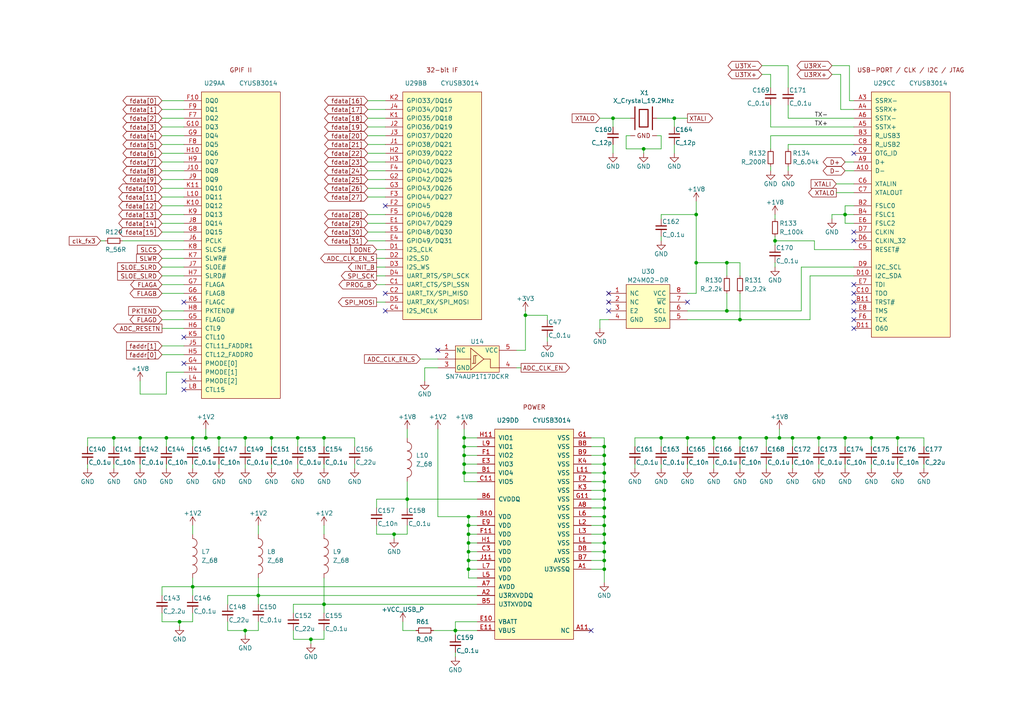
<source format=kicad_sch>
(kicad_sch (version 20250114) (generator "eeschema") (generator_version "9.0")
  (paper "A4")
  (title_block (rev "v2") (comment 1 "Copyright Dejan Priversek 2017"))
  (junction (at 214.63 127))
  (junction (at 201.93 76.2))
  (junction (at 71.12 127))
  (junction (at 134.62 132.08))
  (junction (at 135.89 157.48))
  (junction (at 175.26 147.32))
  (junction (at 59.69 127))
  (junction (at 48.26 127))
  (junction (at 210.82 90.17))
  (junction (at 93.98 127))
  (junction (at 63.5 127))
  (junction (at 210.82 76.2))
  (junction (at 175.26 144.78))
  (junction (at 135.89 160.02))
  (junction (at 118.11 144.78))
  (junction (at 229.87 127))
  (junction (at 177.8 34.29))
  (junction (at 175.26 157.48))
  (junction (at 175.26 137.16))
  (junction (at 86.36 127))
  (junction (at 135.89 149.86))
  (junction (at 186.69 43.18))
  (junction (at 90.17 185.42))
  (junction (at 55.88 127))
  (junction (at 199.39 127))
  (junction (at 175.26 162.56))
  (junction (at 175.26 129.54))
  (junction (at 175.26 152.4))
  (junction (at 71.12 182.88))
  (junction (at 132.08 182.88))
  (junction (at 214.63 92.71))
  (junction (at 78.74 127))
  (junction (at 237.49 127))
  (junction (at 222.25 127))
  (junction (at 191.77 127))
  (junction (at 135.89 162.56))
  (junction (at 195.58 34.29))
  (junction (at 134.62 127))
  (junction (at 175.26 149.86))
  (junction (at 207.01 127))
  (junction (at 245.11 62.23))
  (junction (at 40.64 127))
  (junction (at 175.26 134.62))
  (junction (at 114.3 154.94))
  (junction (at 152.4 91.44))
  (junction (at 135.89 154.94))
  (junction (at 260.35 127))
  (junction (at 134.62 129.54))
  (junction (at 175.26 165.1))
  (junction (at 175.26 132.08))
  (junction (at 224.79 69.85))
  (junction (at 93.98 175.26))
  (junction (at 52.07 180.34))
  (junction (at 74.93 172.72))
  (junction (at 245.11 127))
  (junction (at 55.88 170.18))
  (junction (at 135.89 152.4))
  (junction (at 226.06 127))
  (junction (at 175.26 142.24))
  (junction (at 252.73 127))
  (junction (at 135.89 165.1))
  (junction (at 175.26 154.94))
  (junction (at 33.02 127))
  (junction (at 134.62 137.16))
  (junction (at 175.26 160.02))
  (junction (at 175.26 139.7))
  (junction (at 134.62 134.62))
  (junction (at 201.93 62.23))
  (no_connect (at 247.65 90.17))
  (no_connect (at 176.53 87.63))
  (no_connect (at 176.53 90.17))
  (no_connect (at 247.65 87.63))
  (no_connect (at 127 101.6))
  (no_connect (at 247.65 95.25))
  (no_connect (at 176.53 85.09))
  (no_connect (at 111.76 85.09))
  (no_connect (at 53.34 105.41))
  (no_connect (at 53.34 110.49))
  (no_connect (at 247.65 69.85))
  (no_connect (at 199.39 87.63))
  (no_connect (at 53.34 87.63))
  (no_connect (at 247.65 67.31))
  (no_connect (at 247.65 82.55))
  (no_connect (at 171.45 182.88))
  (no_connect (at 247.65 85.09))
  (no_connect (at 111.76 59.69))
  (no_connect (at 53.34 113.03))
  (no_connect (at 247.65 44.45))
  (no_connect (at 247.65 92.71))
  (no_connect (at 53.34 97.79))
  (no_connect (at 111.76 90.17))
  (wire (pts (xy 214.63 135.89) (xy 214.63 134.62)))
  (wire (pts (xy 118.11 139.7) (xy 118.11 144.78)))
  (wire (pts (xy 46.99 95.25) (xy 53.34 95.25)))
  (wire (pts (xy 247.65 59.69) (xy 245.11 59.69)))
  (wire (pts (xy 46.99 170.18) (xy 46.99 172.72)))
  (wire (pts (xy 135.89 157.48) (xy 138.43 157.48)))
  (wire (pts (xy 171.45 152.4) (xy 175.26 152.4)))
  (wire (pts (xy 46.99 82.55) (xy 53.34 82.55)))
  (wire (pts (xy 158.75 97.79) (xy 158.75 99.06)))
  (wire (pts (xy 93.98 175.26) (xy 93.98 177.8)))
  (wire (pts (xy 78.74 127) (xy 86.36 127)))
  (wire (pts (xy 199.39 127) (xy 207.01 127)))
  (wire (pts (xy 85.09 175.26) (xy 93.98 175.26)))
  (wire (pts (xy 63.5 135.89) (xy 63.5 134.62)))
  (wire (pts (xy 55.88 127) (xy 59.69 127)))
  (wire (pts (xy 195.58 44.45) (xy 195.58 41.91)))
  (wire (pts (xy 171.45 134.62) (xy 175.26 134.62)))
  (wire (pts (xy 228.6 34.29) (xy 228.6 30.48)))
  (wire (pts (xy 252.73 135.89) (xy 252.73 134.62)))
  (wire (pts (xy 132.08 180.34) (xy 132.08 182.88)))
  (wire (pts (xy 228.6 19.05) (xy 220.98 19.05)))
  (wire (pts (xy 151.13 106.68) (xy 149.86 106.68)))
  (wire (pts (xy 223.52 39.37) (xy 247.65 39.37)))
  (wire (pts (xy 63.5 129.54) (xy 63.5 127)))
  (wire (pts (xy 135.89 149.86) (xy 135.89 152.4)))
  (wire (pts (xy 66.04 172.72) (xy 74.93 172.72)))
  (wire (pts (xy 214.63 92.71) (xy 234.95 92.71)))
  (wire (pts (xy 134.62 132.08) (xy 138.43 132.08)))
  (wire (pts (xy 46.99 49.53) (xy 53.34 49.53)))
  (wire (pts (xy 228.6 48.26) (xy 228.6 49.53)))
  (wire (pts (xy 106.68 46.99) (xy 111.76 46.99)))
  (wire (pts (xy 55.88 170.18) (xy 138.43 170.18)))
  (wire (pts (xy 59.69 127) (xy 63.5 127)))
  (wire (pts (xy 127 149.86) (xy 135.89 149.86)))
  (wire (pts (xy 93.98 167.64) (xy 93.98 175.26)))
  (wire (pts (xy 226.06 127) (xy 229.87 127)))
  (wire (pts (xy 106.68 54.61) (xy 111.76 54.61)))
  (wire (pts (xy 106.68 52.07) (xy 111.76 52.07)))
  (wire (pts (xy 71.12 129.54) (xy 71.12 127)))
  (wire (pts (xy 30.48 69.85) (xy 29.21 69.85)))
  (wire (pts (xy 184.15 127) (xy 191.77 127)))
  (wire (pts (xy 171.45 165.1) (xy 175.26 165.1)))
  (wire (pts (xy 234.95 80.01) (xy 247.65 80.01)))
  (wire (pts (xy 109.22 144.78) (xy 109.22 147.32)))
  (wire (pts (xy 40.64 129.54) (xy 40.64 127)))
  (wire (pts (xy 152.4 91.44) (xy 152.4 90.17)))
  (wire (pts (xy 138.43 152.4) (xy 135.89 152.4)))
  (wire (pts (xy 106.68 29.21) (xy 111.76 29.21)))
  (wire (pts (xy 186.69 44.45) (xy 186.69 43.18)))
  (wire (pts (xy 214.63 127) (xy 214.63 129.54)))
  (wire (pts (xy 175.26 154.94) (xy 175.26 157.48)))
  (wire (pts (xy 173.99 34.29) (xy 177.8 34.29)))
  (wire (pts (xy 135.89 154.94) (xy 138.43 154.94)))
  (wire (pts (xy 135.89 149.86) (xy 138.43 149.86)))
  (wire (pts (xy 106.68 67.31) (xy 111.76 67.31)))
  (wire (pts (xy 93.98 175.26) (xy 138.43 175.26)))
  (wire (pts (xy 48.26 135.89) (xy 48.26 134.62)))
  (wire (pts (xy 134.62 137.16) (xy 134.62 139.7)))
  (wire (pts (xy 85.09 175.26) (xy 85.09 177.8)))
  (wire (pts (xy 135.89 162.56) (xy 138.43 162.56)))
  (wire (pts (xy 93.98 127) (xy 102.87 127)))
  (wire (pts (xy 46.99 34.29) (xy 53.34 34.29)))
  (wire (pts (xy 175.26 144.78) (xy 175.26 147.32)))
  (wire (pts (xy 201.93 76.2) (xy 210.82 76.2)))
  (wire (pts (xy 132.08 189.23) (xy 132.08 190.5)))
  (wire (pts (xy 175.26 134.62) (xy 175.26 137.16)))
  (wire (pts (xy 55.88 135.89) (xy 55.88 134.62)))
  (wire (pts (xy 93.98 127) (xy 93.98 129.54)))
  (wire (pts (xy 177.8 44.45) (xy 177.8 41.91)))
  (wire (pts (xy 134.62 139.7) (xy 138.43 139.7)))
  (wire (pts (xy 152.4 101.6) (xy 152.4 91.44)))
  (wire (pts (xy 135.89 154.94) (xy 135.89 157.48)))
  (wire (pts (xy 190.5 34.29) (xy 195.58 34.29)))
  (wire (pts (xy 116.84 180.34) (xy 116.84 182.88)))
  (wire (pts (xy 191.77 135.89) (xy 191.77 134.62)))
  (wire (pts (xy 135.89 165.1) (xy 135.89 167.64)))
  (wire (pts (xy 46.99 85.09) (xy 53.34 85.09)))
  (wire (pts (xy 245.11 62.23) (xy 245.11 64.77)))
  (wire (pts (xy 106.68 31.75) (xy 111.76 31.75)))
  (wire (pts (xy 78.74 135.89) (xy 78.74 134.62)))
  (wire (pts (xy 106.68 39.37) (xy 111.76 39.37)))
  (wire (pts (xy 74.93 182.88) (xy 74.93 180.34)))
  (wire (pts (xy 182.88 39.37) (xy 181.61 39.37)))
  (wire (pts (xy 48.26 129.54) (xy 48.26 127)))
  (wire (pts (xy 184.15 129.54) (xy 184.15 127)))
  (wire (pts (xy 214.63 92.71) (xy 214.63 85.09)))
  (wire (pts (xy 171.45 144.78) (xy 175.26 144.78)))
  (wire (pts (xy 222.25 127) (xy 222.25 129.54)))
  (wire (pts (xy 55.88 180.34) (xy 55.88 177.8)))
  (wire (pts (xy 63.5 127) (xy 71.12 127)))
  (wire (pts (xy 175.26 129.54) (xy 171.45 129.54)))
  (wire (pts (xy 177.8 34.29) (xy 182.88 34.29)))
  (wire (pts (xy 118.11 144.78) (xy 118.11 147.32)))
  (wire (pts (xy 109.22 82.55) (xy 111.76 82.55)))
  (wire (pts (xy 134.62 124.46) (xy 134.62 127)))
  (wire (pts (xy 199.39 92.71) (xy 214.63 92.71)))
  (wire (pts (xy 232.41 90.17) (xy 232.41 77.47)))
  (wire (pts (xy 171.45 157.48) (xy 175.26 157.48)))
  (wire (pts (xy 85.09 182.88) (xy 85.09 185.42)))
  (wire (pts (xy 135.89 157.48) (xy 135.89 160.02)))
  (wire (pts (xy 93.98 135.89) (xy 93.98 134.62)))
  (wire (pts (xy 134.62 129.54) (xy 134.62 132.08)))
  (wire (pts (xy 52.07 180.34) (xy 52.07 181.61)))
  (wire (pts (xy 191.77 129.54) (xy 191.77 127)))
  (wire (pts (xy 114.3 154.94) (xy 118.11 154.94)))
  (wire (pts (xy 71.12 182.88) (xy 74.93 182.88)))
  (wire (pts (xy 138.43 129.54) (xy 134.62 129.54)))
  (wire (pts (xy 135.89 152.4) (xy 135.89 154.94)))
  (wire (pts (xy 171.45 149.86) (xy 175.26 149.86)))
  (wire (pts (xy 224.79 76.2) (xy 224.79 77.47)))
  (wire (pts (xy 127 149.86) (xy 127 124.46)))
  (wire (pts (xy 245.11 64.77) (xy 247.65 64.77)))
  (wire (pts (xy 86.36 129.54) (xy 86.36 127)))
  (wire (pts (xy 210.82 90.17) (xy 232.41 90.17)))
  (wire (pts (xy 46.99 39.37) (xy 53.34 39.37)))
  (wire (pts (xy 173.99 92.71) (xy 176.53 92.71)))
  (wire (pts (xy 177.8 34.29) (xy 177.8 36.83)))
  (wire (pts (xy 171.45 162.56) (xy 175.26 162.56)))
  (wire (pts (xy 175.26 142.24) (xy 175.26 144.78)))
  (wire (pts (xy 46.99 59.69) (xy 53.34 59.69)))
  (wire (pts (xy 109.22 72.39) (xy 111.76 72.39)))
  (wire (pts (xy 40.64 127) (xy 48.26 127)))
  (wire (pts (xy 191.77 62.23) (xy 201.93 62.23)))
  (wire (pts (xy 247.65 36.83) (xy 223.52 36.83)))
  (wire (pts (xy 175.26 147.32) (xy 175.26 149.86)))
  (wire (pts (xy 48.26 114.3) (xy 48.26 107.95)))
  (wire (pts (xy 55.88 170.18) (xy 55.88 172.72)))
  (wire (pts (xy 135.89 162.56) (xy 135.89 165.1)))
  (wire (pts (xy 224.79 68.58) (xy 224.79 69.85)))
  (wire (pts (xy 25.4 127) (xy 33.02 127)))
  (wire (pts (xy 171.45 160.02) (xy 175.26 160.02)))
  (wire (pts (xy 121.92 104.14) (xy 127 104.14)))
  (wire (pts (xy 199.39 90.17) (xy 210.82 90.17)))
  (wire (pts (xy 33.02 135.89) (xy 33.02 134.62)))
  (wire (pts (xy 229.87 127) (xy 237.49 127)))
  (wire (pts (xy 106.68 36.83) (xy 111.76 36.83)))
  (wire (pts (xy 78.74 129.54) (xy 78.74 127)))
  (wire (pts (xy 138.43 160.02) (xy 135.89 160.02)))
  (wire (pts (xy 245.11 127) (xy 252.73 127)))
  (wire (pts (xy 236.22 72.39) (xy 247.65 72.39)))
  (wire (pts (xy 171.45 154.94) (xy 175.26 154.94)))
  (wire (pts (xy 201.93 58.42) (xy 201.93 62.23)))
  (wire (pts (xy 237.49 135.89) (xy 237.49 134.62)))
  (wire (pts (xy 106.68 44.45) (xy 111.76 44.45)))
  (wire (pts (xy 175.26 152.4) (xy 175.26 154.94)))
  (wire (pts (xy 106.68 64.77) (xy 111.76 64.77)))
  (wire (pts (xy 46.99 52.07) (xy 53.34 52.07)))
  (wire (pts (xy 118.11 154.94) (xy 118.11 152.4)))
  (wire (pts (xy 223.52 21.59) (xy 220.98 21.59)))
  (wire (pts (xy 46.99 36.83) (xy 53.34 36.83)))
  (wire (pts (xy 245.11 135.89) (xy 245.11 134.62)))
  (wire (pts (xy 175.26 127) (xy 171.45 127)))
  (wire (pts (xy 46.99 46.99) (xy 53.34 46.99)))
  (wire (pts (xy 125.73 182.88) (xy 132.08 182.88)))
  (wire (pts (xy 55.88 167.64) (xy 55.88 170.18)))
  (wire (pts (xy 46.99 64.77) (xy 53.34 64.77)))
  (wire (pts (xy 191.77 68.58) (xy 191.77 69.85)))
  (wire (pts (xy 90.17 185.42) (xy 90.17 186.69)))
  (wire (pts (xy 40.64 110.49) (xy 40.64 114.3)))
  (wire (pts (xy 173.99 92.71) (xy 173.99 95.25)))
  (wire (pts (xy 175.26 127) (xy 175.26 129.54)))
  (wire (pts (xy 138.43 127) (xy 134.62 127)))
  (wire (pts (xy 175.26 139.7) (xy 175.26 142.24)))
  (wire (pts (xy 46.99 67.31) (xy 53.34 67.31)))
  (wire (pts (xy 109.22 80.01) (xy 111.76 80.01)))
  (wire (pts (xy 86.36 135.89) (xy 86.36 134.62)))
  (wire (pts (xy 228.6 41.91) (xy 247.65 41.91)))
  (wire (pts (xy 134.62 132.08) (xy 134.62 134.62)))
  (wire (pts (xy 132.08 182.88) (xy 138.43 182.88)))
  (wire (pts (xy 245.11 127) (xy 245.11 129.54)))
  (wire (pts (xy 48.26 107.95) (xy 53.34 107.95)))
  (wire (pts (xy 66.04 172.72) (xy 66.04 175.26)))
  (wire (pts (xy 55.88 129.54) (xy 55.88 127)))
  (wire (pts (xy 134.62 134.62) (xy 134.62 137.16)))
  (wire (pts (xy 175.26 157.48) (xy 175.26 160.02)))
  (wire (pts (xy 46.99 77.47) (xy 53.34 77.47)))
  (wire (pts (xy 201.93 85.09) (xy 199.39 85.09)))
  (wire (pts (xy 260.35 135.89) (xy 260.35 134.62)))
  (wire (pts (xy 247.65 34.29) (xy 228.6 34.29)))
  (wire (pts (xy 138.43 134.62) (xy 134.62 134.62)))
  (wire (pts (xy 267.97 135.89) (xy 267.97 134.62)))
  (wire (pts (xy 232.41 77.47) (xy 247.65 77.47)))
  (wire (pts (xy 46.99 29.21) (xy 53.34 29.21)))
  (wire (pts (xy 223.52 36.83) (xy 223.52 30.48)))
  (wire (pts (xy 252.73 127) (xy 260.35 127)))
  (wire (pts (xy 171.45 139.7) (xy 175.26 139.7)))
  (wire (pts (xy 210.82 90.17) (xy 210.82 85.09)))
  (wire (pts (xy 46.99 74.93) (xy 53.34 74.93)))
  (wire (pts (xy 195.58 34.29) (xy 195.58 36.83)))
  (wire (pts (xy 109.22 152.4) (xy 109.22 154.94)))
  (wire (pts (xy 46.99 100.33) (xy 53.34 100.33)))
  (wire (pts (xy 46.99 62.23) (xy 53.34 62.23)))
  (wire (pts (xy 106.68 49.53) (xy 111.76 49.53)))
  (wire (pts (xy 74.93 172.72) (xy 138.43 172.72)))
  (wire (pts (xy 48.26 127) (xy 55.88 127)))
  (wire (pts (xy 132.08 182.88) (xy 132.08 184.15)))
  (wire (pts (xy 267.97 127) (xy 267.97 129.54)))
  (wire (pts (xy 71.12 135.89) (xy 71.12 134.62)))
  (wire (pts (xy 55.88 152.4) (xy 55.88 154.94)))
  (wire (pts (xy 102.87 135.89) (xy 102.87 134.62)))
  (wire (pts (xy 224.79 69.85) (xy 236.22 69.85)))
  (wire (pts (xy 229.87 135.89) (xy 229.87 134.62)))
  (wire (pts (xy 109.22 77.47) (xy 111.76 77.47)))
  (wire (pts (xy 222.25 135.89) (xy 222.25 134.62)))
  (wire (pts (xy 46.99 102.87) (xy 53.34 102.87)))
  (wire (pts (xy 245.11 49.53) (xy 247.65 49.53)))
  (wire (pts (xy 245.11 46.99) (xy 247.65 46.99)))
  (wire (pts (xy 46.99 41.91) (xy 53.34 41.91)))
  (wire (pts (xy 245.11 62.23) (xy 247.65 62.23)))
  (wire (pts (xy 118.11 144.78) (xy 138.43 144.78)))
  (wire (pts (xy 171.45 132.08) (xy 175.26 132.08)))
  (wire (pts (xy 224.79 69.85) (xy 224.79 71.12)))
  (wire (pts (xy 207.01 135.89) (xy 207.01 134.62)))
  (wire (pts (xy 195.58 34.29) (xy 199.39 34.29)))
  (wire (pts (xy 46.99 177.8) (xy 46.99 180.34)))
  (wire (pts (xy 201.93 62.23) (xy 201.93 76.2)))
  (wire (pts (xy 135.89 167.64) (xy 138.43 167.64)))
  (wire (pts (xy 40.64 135.89) (xy 40.64 134.62)))
  (wire (pts (xy 181.61 43.18) (xy 186.69 43.18)))
  (wire (pts (xy 74.93 172.72) (xy 74.93 175.26)))
  (wire (pts (xy 123.19 106.68) (xy 123.19 110.49)))
  (wire (pts (xy 252.73 127) (xy 252.73 129.54)))
  (wire (pts (xy 46.99 31.75) (xy 53.34 31.75)))
  (wire (pts (xy 74.93 152.4) (xy 74.93 154.94)))
  (wire (pts (xy 191.77 63.5) (xy 191.77 62.23)))
  (wire (pts (xy 260.35 127) (xy 267.97 127)))
  (wire (pts (xy 71.12 182.88) (xy 71.12 184.15)))
  (wire (pts (xy 66.04 180.34) (xy 66.04 182.88)))
  (wire (pts (xy 246.38 29.21) (xy 246.38 19.05)))
  (wire (pts (xy 175.26 160.02) (xy 175.26 162.56)))
  (wire (pts (xy 138.43 137.16) (xy 134.62 137.16)))
  (wire (pts (xy 109.22 87.63) (xy 111.76 87.63)))
  (wire (pts (xy 191.77 127) (xy 199.39 127)))
  (wire (pts (xy 214.63 127) (xy 222.25 127)))
  (wire (pts (xy 33.02 127) (xy 40.64 127)))
  (wire (pts (xy 46.99 72.39) (xy 53.34 72.39)))
  (wire (pts (xy 247.65 29.21) (xy 246.38 29.21)))
  (wire (pts (xy 158.75 92.71) (xy 158.75 91.44)))
  (wire (pts (xy 199.39 135.89) (xy 199.39 134.62)))
  (wire (pts (xy 158.75 91.44) (xy 152.4 91.44)))
  (wire (pts (xy 52.07 180.34) (xy 55.88 180.34)))
  (wire (pts (xy 106.68 62.23) (xy 111.76 62.23)))
  (wire (pts (xy 116.84 182.88) (xy 120.65 182.88)))
  (wire (pts (xy 134.62 127) (xy 134.62 129.54)))
  (wire (pts (xy 260.35 127) (xy 260.35 129.54)))
  (wire (pts (xy 199.39 127) (xy 199.39 129.54)))
  (wire (pts (xy 86.36 127) (xy 93.98 127)))
  (wire (pts (xy 106.68 69.85) (xy 111.76 69.85)))
  (wire (pts (xy 106.68 34.29) (xy 111.76 34.29)))
  (wire (pts (xy 228.6 43.18) (xy 228.6 41.91)))
  (wire (pts (xy 93.98 185.42) (xy 93.98 182.88)))
  (wire (pts (xy 241.3 21.59) (xy 243.84 21.59)))
  (wire (pts (xy 223.52 48.26) (xy 223.52 49.53)))
  (wire (pts (xy 242.57 53.34) (xy 247.65 53.34)))
  (wire (pts (xy 25.4 135.89) (xy 25.4 134.62)))
  (wire (pts (xy 135.89 160.02) (xy 135.89 162.56)))
  (wire (pts (xy 246.38 19.05) (xy 241.3 19.05)))
  (wire (pts (xy 85.09 185.42) (xy 90.17 185.42)))
  (wire (pts (xy 175.26 165.1) (xy 175.26 168.91)))
  (wire (pts (xy 33.02 129.54) (xy 33.02 127)))
  (wire (pts (xy 175.26 132.08) (xy 175.26 134.62)))
  (wire (pts (xy 223.52 25.4) (xy 223.52 21.59)))
  (wire (pts (xy 46.99 180.34) (xy 52.07 180.34)))
  (wire (pts (xy 46.99 90.17) (xy 53.34 90.17)))
  (wire (pts (xy 245.11 59.69) (xy 245.11 62.23)))
  (wire (pts (xy 186.69 43.18) (xy 191.77 43.18)))
  (wire (pts (xy 214.63 76.2) (xy 214.63 80.01)))
  (wire (pts (xy 224.79 62.23) (xy 224.79 63.5)))
  (wire (pts (xy 201.93 76.2) (xy 201.93 85.09)))
  (wire (pts (xy 242.57 55.88) (xy 247.65 55.88)))
  (wire (pts (xy 149.86 101.6) (xy 152.4 101.6)))
  (wire (pts (xy 234.95 92.71) (xy 234.95 80.01)))
  (wire (pts (xy 109.22 154.94) (xy 114.3 154.94)))
  (wire (pts (xy 237.49 127) (xy 237.49 129.54)))
  (wire (pts (xy 90.17 185.42) (xy 93.98 185.42)))
  (wire (pts (xy 229.87 127) (xy 229.87 129.54)))
  (wire (pts (xy 25.4 129.54) (xy 25.4 127)))
  (wire (pts (xy 226.06 127) (xy 226.06 124.46)))
  (wire (pts (xy 171.45 142.24) (xy 175.26 142.24)))
  (wire (pts (xy 243.84 21.59) (xy 243.84 31.75)))
  (wire (pts (xy 171.45 147.32) (xy 175.26 147.32)))
  (wire (pts (xy 223.52 43.18) (xy 223.52 39.37)))
  (wire (pts (xy 171.45 137.16) (xy 175.26 137.16)))
  (wire (pts (xy 210.82 76.2) (xy 210.82 80.01)))
  (wire (pts (xy 93.98 152.4) (xy 93.98 154.94)))
  (wire (pts (xy 123.19 106.68) (xy 127 106.68)))
  (wire (pts (xy 109.22 144.78) (xy 118.11 144.78)))
  (wire (pts (xy 46.99 80.01) (xy 53.34 80.01)))
  (wire (pts (xy 184.15 135.89) (xy 184.15 134.62)))
  (wire (pts (xy 114.3 154.94) (xy 114.3 156.21)))
  (wire (pts (xy 106.68 57.15) (xy 111.76 57.15)))
  (wire (pts (xy 66.04 182.88) (xy 71.12 182.88)))
  (wire (pts (xy 111.76 74.93) (xy 109.22 74.93)))
  (wire (pts (xy 222.25 127) (xy 226.06 127)))
  (wire (pts (xy 175.26 137.16) (xy 175.26 139.7)))
  (wire (pts (xy 132.08 180.34) (xy 138.43 180.34)))
  (wire (pts (xy 135.89 165.1) (xy 138.43 165.1)))
  (wire (pts (xy 46.99 54.61) (xy 53.34 54.61)))
  (wire (pts (xy 237.49 127) (xy 245.11 127)))
  (wire (pts (xy 241.3 62.23) (xy 241.3 63.5)))
  (wire (pts (xy 207.01 127) (xy 207.01 129.54)))
  (wire (pts (xy 228.6 25.4) (xy 228.6 19.05)))
  (wire (pts (xy 46.99 92.71) (xy 53.34 92.71)))
  (wire (pts (xy 46.99 57.15) (xy 53.34 57.15)))
  (wire (pts (xy 175.26 149.86) (xy 175.26 152.4)))
  (wire (pts (xy 181.61 39.37) (xy 181.61 43.18)))
  (wire (pts (xy 118.11 124.46) (xy 118.11 127)))
  (wire (pts (xy 243.84 31.75) (xy 247.65 31.75)))
  (wire (pts (xy 71.12 127) (xy 78.74 127)))
  (wire (pts (xy 236.22 69.85) (xy 236.22 72.39)))
  (wire (pts (xy 191.77 43.18) (xy 191.77 39.37)))
  (wire (pts (xy 175.26 129.54) (xy 175.26 132.08)))
  (wire (pts (xy 102.87 127) (xy 102.87 129.54)))
  (wire (pts (xy 175.26 162.56) (xy 175.26 165.1)))
  (wire (pts (xy 210.82 76.2) (xy 214.63 76.2)))
  (wire (pts (xy 191.77 39.37) (xy 190.5 39.37)))
  (wire (pts (xy 46.99 170.18) (xy 55.88 170.18)))
  (wire (pts (xy 35.56 69.85) (xy 53.34 69.85)))
  (wire (pts (xy 74.93 167.64) (xy 74.93 172.72)))
  (wire (pts (xy 40.64 114.3) (xy 48.26 114.3)))
  (wire (pts (xy 106.68 41.91) (xy 111.76 41.91)))
  (wire (pts (xy 207.01 127) (xy 214.63 127)))
  (wire (pts (xy 241.3 62.23) (xy 245.11 62.23)))
  (wire (pts (xy 59.69 124.46) (xy 59.69 127)))
  (wire (pts (xy 46.99 44.45) (xy 53.34 44.45)))
  (label "TX+" (at 236.22 36.83 0))
  (label "TX-" (at 236.22 34.29 0))
  (global_label "U3RX+" (shape bidirectional) (at 241.3 21.59 180) (property "Intersheetrefs" "${INTERSHEET_REFS}" (effects (hide yes))))
  (global_label "D+" (shape bidirectional) (at 245.11 46.99 180) (property "Intersheetrefs" "${INTERSHEET_REFS}" (effects (hide yes))))
  (global_label "ADC_RESETN" (shape output) (at 46.99 95.25 180) (property "Intersheetrefs" "${INTERSHEET_REFS}" (effects (hide yes))))
  (global_label "fdata[16]" (shape bidirectional) (at 106.68 29.21 180) (property "Intersheetrefs" "${INTERSHEET_REFS}" (effects (hide yes))))
  (global_label "U3RX-" (shape bidirectional) (at 241.3 19.05 180) (property "Intersheetrefs" "${INTERSHEET_REFS}" (effects (hide yes))))
  (global_label "fdata[0]" (shape bidirectional) (at 46.99 29.21 180) (property "Intersheetrefs" "${INTERSHEET_REFS}" (effects (hide yes))))
  (global_label "fdata[3]" (shape bidirectional) (at 46.99 36.83 180) (property "Intersheetrefs" "${INTERSHEET_REFS}" (effects (hide yes))))
  (global_label "faddr[1]" (shape input) (at 46.99 100.33 180) (property "Intersheetrefs" "${INTERSHEET_REFS}" (effects (hide yes))))
  (global_label "ADC_CLK_EN" (shape output) (at 151.13 106.68 0) (property "Intersheetrefs" "${INTERSHEET_REFS}" (effects (hide yes))))
  (global_label "XTALI" (shape output) (at 199.39 34.29 0) (property "Intersheetrefs" "${INTERSHEET_REFS}" (effects (hide yes))))
  (global_label "fdata[28]" (shape bidirectional) (at 106.68 62.23 180) (property "Intersheetrefs" "${INTERSHEET_REFS}" (effects (hide yes))))
  (global_label "U3TX+" (shape bidirectional) (at 220.98 21.59 180) (property "Intersheetrefs" "${INTERSHEET_REFS}" (effects (hide yes))))
  (global_label "XTALO" (shape input) (at 173.99 34.29 180) (property "Intersheetrefs" "${INTERSHEET_REFS}" (effects (hide yes))))
  (global_label "XTALO" (shape output) (at 242.57 55.88 180) (property "Intersheetrefs" "${INTERSHEET_REFS}" (effects (hide yes))))
  (global_label "clk_fx3" (shape input) (at 29.21 69.85 180) (property "Intersheetrefs" "${INTERSHEET_REFS}" (effects (hide yes))))
  (global_label "XTALI" (shape input) (at 242.57 53.34 180) (property "Intersheetrefs" "${INTERSHEET_REFS}" (effects (hide yes))))
  (global_label "SLCS" (shape input) (at 46.99 72.39 180) (property "Intersheetrefs" "${INTERSHEET_REFS}" (effects (hide yes))))
  (global_label "fdata[19]" (shape bidirectional) (at 106.68 36.83 180) (property "Intersheetrefs" "${INTERSHEET_REFS}" (effects (hide yes))))
  (global_label "fdata[2]" (shape bidirectional) (at 46.99 34.29 180) (property "Intersheetrefs" "${INTERSHEET_REFS}" (effects (hide yes))))
  (global_label "fdata[27]" (shape bidirectional) (at 106.68 57.15 180) (property "Intersheetrefs" "${INTERSHEET_REFS}" (effects (hide yes))))
  (global_label "fdata[4]" (shape bidirectional) (at 46.99 39.37 180) (property "Intersheetrefs" "${INTERSHEET_REFS}" (effects (hide yes))))
  (global_label "SLOE_SLRD" (shape input) (at 46.99 80.01 180) (property "Intersheetrefs" "${INTERSHEET_REFS}" (effects (hide yes))))
  (global_label "ADC_CLK_EN_S" (shape output) (at 109.22 74.93 180) (property "Intersheetrefs" "${INTERSHEET_REFS}" (effects (hide yes))))
  (global_label "fdata[8]" (shape bidirectional) (at 46.99 49.53 180) (property "Intersheetrefs" "${INTERSHEET_REFS}" (effects (hide yes))))
  (global_label "fdata[9]" (shape bidirectional) (at 46.99 52.07 180) (property "Intersheetrefs" "${INTERSHEET_REFS}" (effects (hide yes))))
  (global_label "fdata[7]" (shape bidirectional) (at 46.99 46.99 180) (property "Intersheetrefs" "${INTERSHEET_REFS}" (effects (hide yes))))
  (global_label "faddr[0]" (shape input) (at 46.99 102.87 180) (property "Intersheetrefs" "${INTERSHEET_REFS}" (effects (hide yes))))
  (global_label "fdata[6]" (shape bidirectional) (at 46.99 44.45 180) (property "Intersheetrefs" "${INTERSHEET_REFS}" (effects (hide yes))))
  (global_label "fdata[17]" (shape bidirectional) (at 106.68 31.75 180) (property "Intersheetrefs" "${INTERSHEET_REFS}" (effects (hide yes))))
  (global_label "fdata[10]" (shape bidirectional) (at 46.99 54.61 180) (property "Intersheetrefs" "${INTERSHEET_REFS}" (effects (hide yes))))
  (global_label "fdata[21]" (shape bidirectional) (at 106.68 41.91 180) (property "Intersheetrefs" "${INTERSHEET_REFS}" (effects (hide yes))))
  (global_label "fdata[12]" (shape bidirectional) (at 46.99 59.69 180) (property "Intersheetrefs" "${INTERSHEET_REFS}" (effects (hide yes))))
  (global_label "FLAGD" (shape bidirectional) (at 46.99 92.71 180) (property "Intersheetrefs" "${INTERSHEET_REFS}" (effects (hide yes))))
  (global_label "SPI_MOSI" (shape output) (at 109.22 87.63 180) (property "Intersheetrefs" "${INTERSHEET_REFS}" (effects (hide yes))))
  (global_label "fdata[13]" (shape bidirectional) (at 46.99 62.23 180) (property "Intersheetrefs" "${INTERSHEET_REFS}" (effects (hide yes))))
  (global_label "fdata[23]" (shape bidirectional) (at 106.68 46.99 180) (property "Intersheetrefs" "${INTERSHEET_REFS}" (effects (hide yes))))
  (global_label "fdata[20]" (shape bidirectional) (at 106.68 39.37 180) (property "Intersheetrefs" "${INTERSHEET_REFS}" (effects (hide yes))))
  (global_label "DONE" (shape input) (at 109.22 72.39 180) (property "Intersheetrefs" "${INTERSHEET_REFS}" (effects (hide yes))))
  (global_label "INIT_B" (shape output) (at 109.22 77.47 180) (property "Intersheetrefs" "${INTERSHEET_REFS}" (effects (hide yes))))
  (global_label "U3TX-" (shape bidirectional) (at 220.98 19.05 180) (property "Intersheetrefs" "${INTERSHEET_REFS}" (effects (hide yes))))
  (global_label "fdata[14]" (shape bidirectional) (at 46.99 64.77 180) (property "Intersheetrefs" "${INTERSHEET_REFS}" (effects (hide yes))))
  (global_label "PKTEND" (shape input) (at 46.99 90.17 180) (property "Intersheetrefs" "${INTERSHEET_REFS}" (effects (hide yes))))
  (global_label "fdata[5]" (shape bidirectional) (at 46.99 41.91 180) (property "Intersheetrefs" "${INTERSHEET_REFS}" (effects (hide yes))))
  (global_label "fdata[26]" (shape bidirectional) (at 106.68 54.61 180) (property "Intersheetrefs" "${INTERSHEET_REFS}" (effects (hide yes))))
  (global_label "fdata[15]" (shape bidirectional) (at 46.99 67.31 180) (property "Intersheetrefs" "${INTERSHEET_REFS}" (effects (hide yes))))
  (global_label "fdata[30]" (shape bidirectional) (at 106.68 67.31 180) (property "Intersheetrefs" "${INTERSHEET_REFS}" (effects (hide yes))))
  (global_label "fdata[1]" (shape bidirectional) (at 46.99 31.75 180) (property "Intersheetrefs" "${INTERSHEET_REFS}" (effects (hide yes))))
  (global_label "ADC_CLK_EN_S" (shape input) (at 121.92 104.14 180) (property "Intersheetrefs" "${INTERSHEET_REFS}" (effects (hide yes))))
  (global_label "fdata[29]" (shape bidirectional) (at 106.68 64.77 180) (property "Intersheetrefs" "${INTERSHEET_REFS}" (effects (hide yes))))
  (global_label "SLWR" (shape input) (at 46.99 74.93 180) (property "Intersheetrefs" "${INTERSHEET_REFS}" (effects (hide yes))))
  (global_label "FLAGB" (shape bidirectional) (at 46.99 85.09 180) (property "Intersheetrefs" "${INTERSHEET_REFS}" (effects (hide yes))))
  (global_label "SPI_SCK" (shape output) (at 109.22 80.01 180) (property "Intersheetrefs" "${INTERSHEET_REFS}" (effects (hide yes))))
  (global_label "fdata[11]" (shape bidirectional) (at 46.99 57.15 180) (property "Intersheetrefs" "${INTERSHEET_REFS}" (effects (hide yes))))
  (global_label "fdata[18]" (shape bidirectional) (at 106.68 34.29 180) (property "Intersheetrefs" "${INTERSHEET_REFS}" (effects (hide yes))))
  (global_label "D-" (shape bidirectional) (at 245.11 49.53 180) (property "Intersheetrefs" "${INTERSHEET_REFS}" (effects (hide yes))))
  (global_label "SLOE_SLRD" (shape input) (at 46.99 77.47 180) (property "Intersheetrefs" "${INTERSHEET_REFS}" (effects (hide yes))))
  (global_label "PROG_B" (shape bidirectional) (at 109.22 82.55 180) (property "Intersheetrefs" "${INTERSHEET_REFS}" (effects (hide yes))))
  (global_label "fdata[24]" (shape bidirectional) (at 106.68 49.53 180) (property "Intersheetrefs" "${INTERSHEET_REFS}" (effects (hide yes))))
  (global_label "FLAGA" (shape bidirectional) (at 46.99 82.55 180) (property "Intersheetrefs" "${INTERSHEET_REFS}" (effects (hide yes))))
  (global_label "fdata[22]" (shape bidirectional) (at 106.68 44.45 180) (property "Intersheetrefs" "${INTERSHEET_REFS}" (effects (hide yes))))
  (global_label "fdata[25]" (shape bidirectional) (at 106.68 52.07 180) (property "Intersheetrefs" "${INTERSHEET_REFS}" (effects (hide yes))))
  (global_label "fdata[31]" (shape bidirectional) (at 106.68 69.85 180) (property "Intersheetrefs" "${INTERSHEET_REFS}" (effects (hide yes))))
  (symbol (lib_name "GND_54") (lib_id "Scopefun_v2-rescue:GND") (at 177.8 44.45 0) (unit 1)
    (property "Reference" "#PWR0275" (effects (hide yes)))
    (property "Value" "GND" (at 177.8 48.26 0))
  )
  (symbol (lib_name "GND_55") (lib_id "Scopefun_v2-rescue:GND") (at 195.58 44.45 0) (unit 1)
    (property "Reference" "#PWR0276" (effects (hide yes)))
    (property "Value" "GND" (at 195.58 48.26 0))
  )
  (symbol (lib_name "GND_53") (lib_id "Scopefun_v2-rescue:GND") (at 186.69 44.45 0) (unit 1)
    (property "Reference" "#PWR0277" (effects (hide yes)))
    (property "Value" "GND" (at 186.69 48.26 0))
  )
  (symbol (lib_id "ScopefunParts:X_Crystal_19.2Mhz") (at 186.69 34.29 0) (unit 1)
    (property "Reference" "X1" (at 186.944 26.924 0))
    (property "Value" "X_Crystal_19.2Mhz" (at 186.69 29.21 0))
    (property "Footprint" "ScopefunPackagesLibrary:XTAL-4" (effects (hide yes)))
    (property "Datasheet" "https://www.pericom.com/assets/Datasheets/FL1920031.pdf" (effects (hide yes)))
    (property "MFG Part#" "FL1920031" (effects (hide yes)))
    (property "Description" "Quartz crystal 19.2 Mhz 10ppm" (effects (hide yes)))
  )
  (symbol (lib_id "ScopefunParts:C_12p") (at 177.8 39.37 0) (mirror y) (unit 1)
    (property "Reference" "C160" (at 177.546 37.592 0) (effects (justify left)))
    (property "Value" "C_12p" (at 177.546 41.402 0) (effects (justify left)))
    (property "Footprint" "ScopefunPackagesLibrary:C_0603" (effects (hide yes)))
    (property "MFG Part#" "CGA3E2C0G1H120J080AA" (effects (hide yes)))
    (property "Description" "MLCC - SMD/SMT 0603 50V C0G 5%" (effects (hide yes)))
  )
  (symbol (lib_id "ScopefunParts:C_12p") (at 195.58 39.37 0) (unit 1)
    (property "Reference" "C164" (at 195.834 37.592 0) (effects (justify left)))
    (property "Value" "C_12p" (at 195.834 41.402 0) (effects (justify left)))
    (property "Footprint" "ScopefunPackagesLibrary:C_0603" (effects (hide yes)))
    (property "MFG Part#" "CGA3E2C0G1H120J080AA" (effects (hide yes)))
    (property "Description" "MLCC - SMD/SMT 0603 50V C0G 5%" (effects (hide yes)))
  )
  (symbol (lib_id "ScopefunParts:CYUSB3014") (at 69.85 67.31 0) (unit 1)
    (property "Reference" "U29A" (at 62.23 24.13 0))
    (property "Value" "CYUSB3014" (at 74.93 24.13 0))
    (property "Footprint" "ScopefunPackagesLibrary:BGA121_0.8mm" (effects (hide yes)))
    (property "Datasheet" "http://www.cypress.com/file/140296/download" (effects (hide yes)))
    (property "MFG Part#" "CYUSB3014-BZXC" (effects (hide yes)))
    (property "Description" "FX3 SuperSpeed USB controller" (effects (hide yes)))
  )
  (symbol (lib_id "ScopefunParts:CYUSB3014") (at 128.27 67.31 0) (unit 2)
    (property "Reference" "U29B" (at 120.65 24.13 0))
    (property "Value" "CYUSB3014" (at 133.35 24.13 0))
    (property "Footprint" "ScopefunPackagesLibrary:BGA121_0.8mm" (effects (hide yes)))
    (property "Datasheet" "http://www.cypress.com/file/140296/download" (effects (hide yes)))
    (property "MFG Part#" "CYUSB3014-BZXC" (effects (hide yes)))
    (property "Description" "FX3 SuperSpeed USB controller" (effects (hide yes)))
  )
  (symbol (lib_id "ScopefunParts:CYUSB3014") (at 264.16 67.31 0) (unit 3)
    (property "Reference" "U29C" (at 256.54 24.13 0))
    (property "Value" "CYUSB3014" (at 269.24 24.13 0))
    (property "Footprint" "ScopefunPackagesLibrary:BGA121_0.8mm" (effects (hide yes)))
    (property "Datasheet" "http://www.cypress.com/file/140296/download" (effects (hide yes)))
    (property "MFG Part#" "CYUSB3014-BZXC" (effects (hide yes)))
    (property "Description" "FX3 SuperSpeed USB controller" (effects (hide yes)))
  )
  (symbol (lib_id "ScopefunParts:CYUSB3014") (at 154.94 165.1 0) (unit 4)
    (property "Reference" "U29D" (at 147.32 121.92 0))
    (property "Value" "CYUSB3014" (at 160.02 121.92 0))
    (property "Footprint" "ScopefunPackagesLibrary:BGA121_0.8mm" (effects (hide yes)))
    (property "Datasheet" "http://www.cypress.com/file/140296/download" (effects (hide yes)))
    (property "MFG Part#" "CYUSB3014-BZXC" (effects (hide yes)))
    (property "Description" "FX3 SuperSpeed USB controller" (effects (hide yes)))
  )
  (symbol (lib_id "ScopefunParts:R_200R") (at 223.52 45.72 0) (mirror y) (unit 1)
    (property "Reference" "R132" (at 222.25 44.45 0) (effects (justify left)))
    (property "Value" "R_200R" (at 222.25 46.99 0) (effects (justify left)))
    (property "Footprint" "ScopefunPackagesLibrary:R_0603" (effects (hide yes)))
    (property "Datasheet" "http://industrial.panasonic.com/cdbs/www-data/pdf/AOA0000/AOA0000CE2.pdf" (effects (hide yes)))
    (property "MFG Part#" "ERJ-3EKF2000V" (effects (hide yes)))
    (property "Description" "RES SMD 1% 1/10W 0603" (effects (hide yes)))
  )
  (symbol (lib_name "GND_57") (lib_id "Scopefun_v2-rescue:GND") (at 223.52 49.53 0) (unit 1)
    (property "Reference" "#PWR0273" (effects (hide yes)))
    (property "Value" "GND" (at 223.52 53.34 0))
  )
  (symbol (lib_id "ScopefunParts:R_6.04k") (at 228.6 45.72 0) (unit 1)
    (property "Reference" "R134" (at 229.87 44.45 0) (effects (justify left)))
    (property "Value" "R_6.04k" (at 229.87 46.99 0) (effects (justify left)))
    (property "Footprint" "ScopefunPackagesLibrary:R_0603" (effects (hide yes)))
    (property "Datasheet" "http://industrial.panasonic.com/cdbs/www-data/pdf/AOA0000/AOA0000CE2.pdf" (effects (hide yes)))
    (property "MFG Part#" "ERJ-3EKF6041V" (effects (hide yes)))
    (property "Description" "RES SMD 1% 1/10W 0603" (effects (hide yes)))
  )
  (symbol (lib_name "GND_58") (lib_id "Scopefun_v2-rescue:GND") (at 228.6 49.53 0) (unit 1)
    (property "Reference" "#PWR0274" (effects (hide yes)))
    (property "Value" "GND" (at 228.6 53.34 0))
  )
  (symbol (lib_name "GND_56") (lib_id "Scopefun_v2-rescue:GND") (at 241.3 63.5 0) (unit 1)
    (property "Reference" "#PWR0278" (effects (hide yes)))
    (property "Value" "GND" (at 241.3 67.31 0))
  )
  (symbol (lib_id "ScopefunParts:C_0.1u") (at 224.79 73.66 0) (unit 1)
    (property "Reference" "C170" (at 225.044 71.882 0) (effects (justify left)))
    (property "Value" "C_0.1u" (at 225.044 75.692 0) (effects (justify left)))
    (property "Footprint" "ScopefunPackagesLibrary:C_0603" (effects (hide yes)))
    (property "MFG Part#" "C0603C104K4RACTU" (effects (hide yes)))
    (property "Description" "MLCC - SMD/SMT 0603 16V X7R 10%" (effects (hide yes)))
  )
  (symbol (lib_name "GND_59") (lib_id "Scopefun_v2-rescue:GND") (at 224.79 77.47 0) (unit 1)
    (property "Reference" "#PWR0279" (effects (hide yes)))
    (property "Value" "GND" (at 224.79 81.28 0))
  )
  (symbol (lib_id "ScopefunParts:R_100k") (at 224.79 66.04 0) (unit 1)
    (property "Reference" "R133" (at 226.06 64.77 0) (effects (justify left)))
    (property "Value" "R_100k" (at 226.06 67.31 0) (effects (justify left)))
    (property "Footprint" "ScopefunPackagesLibrary:R_0603" (effects (hide yes)))
    (property "Datasheet" "http://industrial.panasonic.com/cdbs/www-data/pdf/AOA0000/AOA0000CE2.pdf" (effects (hide yes)))
    (property "MFG Part#" "ERJ-3EKF1003V" (effects (hide yes)))
    (property "Description" "RES SMD 1% 1/10W 0603" (effects (hide yes)))
  )
  (symbol (lib_name "GND_63") (lib_id "Scopefun_v2-rescue:GND") (at 175.26 168.91 0) (unit 1)
    (property "Reference" "#PWR0280" (effects (hide yes)))
    (property "Value" "GND" (at 175.26 172.72 0))
  )
  (symbol (lib_id "ScopefunParts:M24M02-DR") (at 187.96 87.63 0) (unit 1)
    (property "Reference" "U30" (at 187.96 78.74 0))
    (property "Value" "M24M02-DR" (at 187.96 81.28 0))
    (property "Footprint" "ScopefunPackagesLibrary:SOIC8" (effects (hide yes)))
    (property "Datasheet" "http://www.st.com/content/ccc/resource/technical/document/datasheet/b7/de/9b/f6/03/28/4e/8e/CD00290537.pdf/files/CD00290537.pdf/jcr:content/translations/en.CD00290537.pdf" (effects (hide yes)))
    (property "MFG Part#" "M24M02-DRMN6TP" (effects (hide yes)))
    (property "Description" "2 MBit I2C Bus Serial EEPROM" (effects (hide yes)))
  )
  (symbol (lib_id "ScopefunParts:R_2.2k") (at 210.82 82.55 0) (mirror y) (unit 1)
    (property "Reference" "R130" (at 209.55 81.28 0) (effects (justify left)))
    (property "Value" "R_2.2k" (at 209.55 83.82 0) (effects (justify left)))
    (property "Footprint" "ScopefunPackagesLibrary:R_0603" (effects (hide yes)))
    (property "Datasheet" "http://industrial.panasonic.com/cdbs/www-data/pdf/AOA0000/AOA0000CE2.pdf" (effects (hide yes)))
    (property "MFG Part#" "ERJ-3EKF2201V" (effects (hide yes)))
    (property "Description" "RES SMD 1% 1/10W 0603" (effects (hide yes)))
  )
  (symbol (lib_id "ScopefunParts:R_2.2k") (at 214.63 82.55 0) (unit 1)
    (property "Reference" "R131" (at 215.9 81.28 0) (effects (justify left)))
    (property "Value" "R_2.2k" (at 215.9 83.82 0) (effects (justify left)))
    (property "Footprint" "ScopefunPackagesLibrary:R_0603" (effects (hide yes)))
    (property "Datasheet" "http://industrial.panasonic.com/cdbs/www-data/pdf/AOA0000/AOA0000CE2.pdf" (effects (hide yes)))
    (property "MFG Part#" "ERJ-3EKF2201V" (effects (hide yes)))
    (property "Description" "RES SMD 1% 1/10W 0603" (effects (hide yes)))
  )
  (symbol (lib_name "GND_60") (lib_id "Scopefun_v2-rescue:GND") (at 173.99 95.25 0) (unit 1)
    (property "Reference" "#PWR0281" (effects (hide yes)))
    (property "Value" "GND" (at 173.99 99.06 0))
  )
  (symbol (lib_id "ScopefunParts:C_0.1u") (at 191.77 66.04 0) (unit 1)
    (property "Reference" "C162" (at 192.024 64.262 0) (effects (justify left)))
    (property "Value" "C_0.1u" (at 192.024 68.072 0) (effects (justify left)))
    (property "Footprint" "ScopefunPackagesLibrary:C_0603" (effects (hide yes)))
    (property "MFG Part#" "C0603C104K4RACTU" (effects (hide yes)))
    (property "Description" "MLCC - SMD/SMT 0603 16V X7R 10%" (effects (hide yes)))
  )
  (symbol (lib_name "GND_62") (lib_id "Scopefun_v2-rescue:GND") (at 191.77 69.85 0) (unit 1)
    (property "Reference" "#PWR0282" (effects (hide yes)))
    (property "Value" "GND" (at 191.77 73.66 0))
  )
  (symbol (lib_id "ScopefunParts:C_0.1u") (at 132.08 186.69 0) (unit 1)
    (property "Reference" "C159" (at 132.334 184.912 0) (effects (justify left)))
    (property "Value" "C_0.1u" (at 132.334 188.722 0) (effects (justify left)))
    (property "Footprint" "ScopefunPackagesLibrary:C_0603" (effects (hide yes)))
    (property "MFG Part#" "C0603C104K4RACTU" (effects (hide yes)))
    (property "Description" "MLCC - SMD/SMT 0603 16V X7R 10%" (effects (hide yes)))
  )
  (symbol (lib_name "GND_73") (lib_id "Scopefun_v2-rescue:GND") (at 132.08 190.5 0) (unit 1)
    (property "Reference" "#PWR0310" (effects (hide yes)))
    (property "Value" "GND" (at 132.08 194.31 0))
  )
  (symbol (lib_id "ScopefunParts:C_0.1u") (at 118.11 149.86 0) (unit 1)
    (property "Reference" "C158" (at 118.364 148.082 0) (effects (justify left)))
    (property "Value" "C_0.1u" (at 118.364 151.892 0) (effects (justify left)))
    (property "Footprint" "ScopefunPackagesLibrary:C_0603" (effects (hide yes)))
    (property "MFG Part#" "C0603C104K4RACTU" (effects (hide yes)))
    (property "Description" "MLCC - SMD/SMT 0603 16V X7R 10%" (effects (hide yes)))
  )
  (symbol (lib_id "ScopefunParts:C_10n") (at 109.22 149.86 0) (unit 1)
    (property "Reference" "C157" (at 109.474 148.082 0) (effects (justify left)))
    (property "Value" "C_10n" (at 109.474 151.892 0) (effects (justify left)))
    (property "Footprint" "ScopefunPackagesLibrary:C_0603" (effects (hide yes)))
    (property "MFG Part#" "GRM1885C1H103JA01D" (effects (hide yes)))
    (property "Description" "MLCC - SMD/SMT 0603 50V C0G 5%" (effects (hide yes)))
  )
  (symbol (lib_name "GND_72") (lib_id "Scopefun_v2-rescue:GND") (at 114.3 156.21 0) (unit 1)
    (property "Reference" "#PWR0283" (effects (hide yes)))
    (property "Value" "GND" (at 114.3 160.02 0))
  )
  (symbol (lib_id "ScopefunParts:C_0.1u") (at 25.4 132.08 0) (unit 1)
    (property "Reference" "C140" (at 25.654 130.302 0) (effects (justify left)))
    (property "Value" "C_0.1u" (at 25.654 134.112 0) (effects (justify left)))
    (property "Footprint" "ScopefunPackagesLibrary:C_0603" (effects (hide yes)))
    (property "MFG Part#" "C0603C104K4RACTU" (effects (hide yes)))
    (property "Description" "MLCC - SMD/SMT 0603 16V X7R 10%" (effects (hide yes)))
  )
  (symbol (lib_id "ScopefunParts:C_10n") (at 33.02 132.08 0) (unit 1)
    (property "Reference" "C141" (at 33.274 130.302 0) (effects (justify left)))
    (property "Value" "C_10n" (at 33.274 134.112 0) (effects (justify left)))
    (property "Footprint" "ScopefunPackagesLibrary:C_0603" (effects (hide yes)))
    (property "MFG Part#" "GRM1885C1H103JA01D" (effects (hide yes)))
    (property "Description" "MLCC - SMD/SMT 0603 50V C0G 5%" (effects (hide yes)))
  )
  (symbol (lib_id "ScopefunParts:C_0.1u") (at 40.64 132.08 0) (unit 1)
    (property "Reference" "C142" (at 40.894 130.302 0) (effects (justify left)))
    (property "Value" "C_0.1u" (at 40.894 134.112 0) (effects (justify left)))
    (property "Footprint" "ScopefunPackagesLibrary:C_0603" (effects (hide yes)))
    (property "MFG Part#" "C0603C104K4RACTU" (effects (hide yes)))
    (property "Description" "MLCC - SMD/SMT 0603 16V X7R 10%" (effects (hide yes)))
  )
  (symbol (lib_id "ScopefunParts:C_10n") (at 48.26 132.08 0) (unit 1)
    (property "Reference" "C144" (at 48.514 130.302 0) (effects (justify left)))
    (property "Value" "C_10n" (at 48.514 134.112 0) (effects (justify left)))
    (property "Footprint" "ScopefunPackagesLibrary:C_0603" (effects (hide yes)))
    (property "MFG Part#" "GRM1885C1H103JA01D" (effects (hide yes)))
    (property "Description" "MLCC - SMD/SMT 0603 50V C0G 5%" (effects (hide yes)))
  )
  (symbol (lib_id "ScopefunParts:C_0.1u") (at 55.88 132.08 0) (unit 1)
    (property "Reference" "C145" (at 56.134 130.302 0) (effects (justify left)))
    (property "Value" "C_0.1u" (at 56.134 134.112 0) (effects (justify left)))
    (property "Footprint" "ScopefunPackagesLibrary:C_0603" (effects (hide yes)))
    (property "MFG Part#" "C0603C104K4RACTU" (effects (hide yes)))
    (property "Description" "MLCC - SMD/SMT 0603 16V X7R 10%" (effects (hide yes)))
  )
  (symbol (lib_id "ScopefunParts:C_10n") (at 63.5 132.08 0) (unit 1)
    (property "Reference" "C147" (at 63.754 130.302 0) (effects (justify left)))
    (property "Value" "C_10n" (at 63.754 134.112 0) (effects (justify left)))
    (property "Footprint" "ScopefunPackagesLibrary:C_0603" (effects (hide yes)))
    (property "MFG Part#" "GRM1885C1H103JA01D" (effects (hide yes)))
    (property "Description" "MLCC - SMD/SMT 0603 50V C0G 5%" (effects (hide yes)))
  )
  (symbol (lib_id "ScopefunParts:C_0.1u") (at 71.12 132.08 0) (unit 1)
    (property "Reference" "C149" (at 71.374 130.302 0) (effects (justify left)))
    (property "Value" "C_0.1u" (at 71.374 134.112 0) (effects (justify left)))
    (property "Footprint" "ScopefunPackagesLibrary:C_0603" (effects (hide yes)))
    (property "MFG Part#" "C0603C104K4RACTU" (effects (hide yes)))
    (property "Description" "MLCC - SMD/SMT 0603 16V X7R 10%" (effects (hide yes)))
  )
  (symbol (lib_id "ScopefunParts:C_10n") (at 78.74 132.08 0) (unit 1)
    (property "Reference" "C151" (at 78.994 130.302 0) (effects (justify left)))
    (property "Value" "C_10n" (at 78.994 134.112 0) (effects (justify left)))
    (property "Footprint" "ScopefunPackagesLibrary:C_0603" (effects (hide yes)))
    (property "MFG Part#" "GRM1885C1H103JA01D" (effects (hide yes)))
    (property "Description" "MLCC - SMD/SMT 0603 50V C0G 5%" (effects (hide yes)))
  )
  (symbol (lib_id "ScopefunParts:C_0.1u") (at 86.36 132.08 0) (unit 1)
    (property "Reference" "C153" (at 86.614 130.302 0) (effects (justify left)))
    (property "Value" "C_0.1u" (at 86.614 134.112 0) (effects (justify left)))
    (property "Footprint" "ScopefunPackagesLibrary:C_0603" (effects (hide yes)))
    (property "MFG Part#" "C0603C104K4RACTU" (effects (hide yes)))
    (property "Description" "MLCC - SMD/SMT 0603 16V X7R 10%" (effects (hide yes)))
  )
  (symbol (lib_name "GND_79") (lib_id "Scopefun_v2-rescue:GND") (at 25.4 135.89 0) (unit 1)
    (property "Reference" "#PWR0284" (effects (hide yes)))
    (property "Value" "GND" (at 25.4 139.7 0))
  )
  (symbol (lib_name "GND_77") (lib_id "Scopefun_v2-rescue:GND") (at 33.02 135.89 0) (unit 1)
    (property "Reference" "#PWR0285" (effects (hide yes)))
    (property "Value" "GND" (at 33.02 139.7 0))
  )
  (symbol (lib_name "GND_78") (lib_id "Scopefun_v2-rescue:GND") (at 40.64 135.89 0) (unit 1)
    (property "Reference" "#PWR0286" (effects (hide yes)))
    (property "Value" "GND" (at 40.64 139.7 0))
  )
  (symbol (lib_name "GND_67") (lib_id "Scopefun_v2-rescue:GND") (at 48.26 135.89 0) (unit 1)
    (property "Reference" "#PWR0287" (effects (hide yes)))
    (property "Value" "GND" (at 48.26 139.7 0))
  )
  (symbol (lib_name "GND_66") (lib_id "Scopefun_v2-rescue:GND") (at 55.88 135.89 0) (unit 1)
    (property "Reference" "#PWR0288" (effects (hide yes)))
    (property "Value" "GND" (at 55.88 139.7 0))
  )
  (symbol (lib_name "GND_69") (lib_id "Scopefun_v2-rescue:GND") (at 63.5 135.89 0) (unit 1)
    (property "Reference" "#PWR0289" (effects (hide yes)))
    (property "Value" "GND" (at 63.5 139.7 0))
  )
  (symbol (lib_name "GND_68") (lib_id "Scopefun_v2-rescue:GND") (at 71.12 135.89 0) (unit 1)
    (property "Reference" "#PWR0290" (effects (hide yes)))
    (property "Value" "GND" (at 71.12 139.7 0))
  )
  (symbol (lib_name "GND_64") (lib_id "Scopefun_v2-rescue:GND") (at 78.74 135.89 0) (unit 1)
    (property "Reference" "#PWR0291" (effects (hide yes)))
    (property "Value" "GND" (at 78.74 139.7 0))
  )
  (symbol (lib_name "GND_65") (lib_id "Scopefun_v2-rescue:GND") (at 86.36 135.89 0) (unit 1)
    (property "Reference" "#PWR0292" (effects (hide yes)))
    (property "Value" "GND" (at 86.36 139.7 0))
  )
  (symbol (lib_name "GND_70") (lib_id "Scopefun_v2-rescue:GND") (at 93.98 135.89 0) (unit 1)
    (property "Reference" "#PWR0293" (effects (hide yes)))
    (property "Value" "GND" (at 93.98 139.7 0))
  )
  (symbol (lib_id "ScopefunParts:C_0.1u") (at 55.88 175.26 0) (unit 1)
    (property "Reference" "C146" (at 56.134 173.482 0) (effects (justify left)))
    (property "Value" "C_0.1u" (at 56.134 177.292 0) (effects (justify left)))
    (property "Footprint" "ScopefunPackagesLibrary:C_0603" (effects (hide yes)))
    (property "MFG Part#" "C0603C104K4RACTU" (effects (hide yes)))
    (property "Description" "MLCC - SMD/SMT 0603 16V X7R 10%" (effects (hide yes)))
  )
  (symbol (lib_name "GND_74") (lib_id "Scopefun_v2-rescue:GND") (at 52.07 181.61 0) (unit 1)
    (property "Reference" "#PWR0294" (effects (hide yes)))
    (property "Value" "GND" (at 52.07 185.42 0))
  )
  (symbol (lib_id "ScopefunParts:C_0.1u") (at 74.93 177.8 0) (unit 1)
    (property "Reference" "C150" (at 75.184 176.022 0) (effects (justify left)))
    (property "Value" "C_0.1u" (at 75.184 179.832 0) (effects (justify left)))
    (property "Footprint" "ScopefunPackagesLibrary:C_0603" (effects (hide yes)))
    (property "MFG Part#" "C0603C104K4RACTU" (effects (hide yes)))
    (property "Description" "MLCC - SMD/SMT 0603 16V X7R 10%" (effects (hide yes)))
  )
  (symbol (lib_name "GND_75") (lib_id "Scopefun_v2-rescue:GND") (at 71.12 184.15 0) (unit 1)
    (property "Reference" "#PWR0295" (effects (hide yes)))
    (property "Value" "GND" (at 71.12 187.96 0))
  )
  (symbol (lib_id "ScopefunParts:C_0.1u") (at 93.98 180.34 0) (unit 1)
    (property "Reference" "C155" (at 94.234 178.562 0) (effects (justify left)))
    (property "Value" "C_0.1u" (at 94.234 182.372 0) (effects (justify left)))
    (property "Footprint" "ScopefunPackagesLibrary:C_0603" (effects (hide yes)))
    (property "MFG Part#" "C0603C104K4RACTU" (effects (hide yes)))
    (property "Description" "MLCC - SMD/SMT 0603 16V X7R 10%" (effects (hide yes)))
  )
  (symbol (lib_name "GND_76") (lib_id "Scopefun_v2-rescue:GND") (at 90.17 186.69 0) (unit 1)
    (property "Reference" "#PWR0296" (effects (hide yes)))
    (property "Value" "GND" (at 90.17 190.5 0))
  )
  (symbol (lib_id "ScopefunParts:C_22u") (at 66.04 177.8 0) (unit 1)
    (property "Reference" "C148" (at 66.294 176.022 0) (effects (justify left)))
    (property "Value" "C_22u" (at 66.294 179.832 0) (effects (justify left)))
    (property "Footprint" "ScopefunPackagesLibrary:C_0805" (effects (hide yes)))
    (property "MFG Part#" "LMK212BBJ226MG-T" (effects (hide yes)))
    (property "Description" "MLCC - SMD/SMT 0805 10V X5R 20%" (effects (hide yes)))
  )
  (symbol (lib_id "ScopefunParts:C_22u") (at 85.09 180.34 0) (unit 1)
    (property "Reference" "C152" (at 85.344 178.562 0) (effects (justify left)))
    (property "Value" "C_22u" (at 85.344 182.372 0) (effects (justify left)))
    (property "Footprint" "ScopefunPackagesLibrary:C_0805" (effects (hide yes)))
    (property "MFG Part#" "LMK212BBJ226MG-T" (effects (hide yes)))
    (property "Description" "MLCC - SMD/SMT 0805 10V X5R 20%" (effects (hide yes)))
  )
  (symbol (lib_id "ScopefunParts:C_22u") (at 102.87 132.08 0) (unit 1)
    (property "Reference" "C156" (at 103.124 130.302 0) (effects (justify left)))
    (property "Value" "C_22u" (at 103.124 134.112 0) (effects (justify left)))
    (property "Footprint" "ScopefunPackagesLibrary:C_0805" (effects (hide yes)))
    (property "MFG Part#" "LMK212BBJ226MG-T" (effects (hide yes)))
    (property "Description" "MLCC - SMD/SMT 0805 10V X5R 20%" (effects (hide yes)))
  )
  (symbol (lib_name "GND_71") (lib_id "Scopefun_v2-rescue:GND") (at 102.87 135.89 0) (unit 1)
    (property "Reference" "#PWR0297" (effects (hide yes)))
    (property "Value" "GND" (at 102.87 139.7 0))
  )
  (symbol (lib_id "ScopefunParts:+VCC_USB_P") (at 116.84 180.34 0) (unit 1)
    (property "Reference" "#PWR0309" (effects (hide yes)))
    (property "Value" "+VCC_USB_P" (at 116.84 176.784 0))
  )
  (symbol (lib_id "ScopefunParts:C_0.1u") (at 184.15 132.08 0) (unit 1)
    (property "Reference" "C161" (at 184.404 130.302 0) (effects (justify left)))
    (property "Value" "C_0.1u" (at 184.404 134.112 0) (effects (justify left)))
    (property "Footprint" "ScopefunPackagesLibrary:C_0603" (effects (hide yes)))
    (property "MFG Part#" "C0603C104K4RACTU" (effects (hide yes)))
    (property "Description" "MLCC - SMD/SMT 0603 16V X7R 10%" (effects (hide yes)))
  )
  (symbol (lib_id "ScopefunParts:C_10n") (at 199.39 132.08 0) (unit 1)
    (property "Reference" "C165" (at 199.644 130.302 0) (effects (justify left)))
    (property "Value" "C_10n" (at 199.644 134.112 0) (effects (justify left)))
    (property "Footprint" "ScopefunPackagesLibrary:C_0603" (effects (hide yes)))
    (property "MFG Part#" "GRM1885C1H103JA01D" (effects (hide yes)))
    (property "Description" "MLCC - SMD/SMT 0603 50V C0G 5%" (effects (hide yes)))
  )
  (symbol (lib_id "ScopefunParts:C_0.1u") (at 207.01 132.08 0) (unit 1)
    (property "Reference" "C166" (at 207.264 130.302 0) (effects (justify left)))
    (property "Value" "C_0.1u" (at 207.264 134.112 0) (effects (justify left)))
    (property "Footprint" "ScopefunPackagesLibrary:C_0603" (effects (hide yes)))
    (property "MFG Part#" "C0603C104K4RACTU" (effects (hide yes)))
    (property "Description" "MLCC - SMD/SMT 0603 16V X7R 10%" (effects (hide yes)))
  )
  (symbol (lib_id "ScopefunParts:C_10n") (at 214.63 132.08 0) (unit 1)
    (property "Reference" "C167" (at 214.884 130.302 0) (effects (justify left)))
    (property "Value" "C_10n" (at 214.884 134.112 0) (effects (justify left)))
    (property "Footprint" "ScopefunPackagesLibrary:C_0603" (effects (hide yes)))
    (property "MFG Part#" "GRM1885C1H103JA01D" (effects (hide yes)))
    (property "Description" "MLCC - SMD/SMT 0603 50V C0G 5%" (effects (hide yes)))
  )
  (symbol (lib_id "ScopefunParts:C_0.1u") (at 222.25 132.08 0) (unit 1)
    (property "Reference" "C168" (at 222.504 130.302 0) (effects (justify left)))
    (property "Value" "C_0.1u" (at 222.504 134.112 0) (effects (justify left)))
    (property "Footprint" "ScopefunPackagesLibrary:C_0603" (effects (hide yes)))
    (property "MFG Part#" "C0603C104K4RACTU" (effects (hide yes)))
    (property "Description" "MLCC - SMD/SMT 0603 16V X7R 10%" (effects (hide yes)))
  )
  (symbol (lib_id "ScopefunParts:C_10n") (at 229.87 132.08 0) (unit 1)
    (property "Reference" "C172" (at 230.124 130.302 0) (effects (justify left)))
    (property "Value" "C_10n" (at 230.124 134.112 0) (effects (justify left)))
    (property "Footprint" "ScopefunPackagesLibrary:C_0603" (effects (hide yes)))
    (property "MFG Part#" "GRM1885C1H103JA01D" (effects (hide yes)))
    (property "Description" "MLCC - SMD/SMT 0603 50V C0G 5%" (effects (hide yes)))
  )
  (symbol (lib_id "ScopefunParts:C_0.1u") (at 237.49 132.08 0) (unit 1)
    (property "Reference" "C173" (at 237.744 130.302 0) (effects (justify left)))
    (property "Value" "C_0.1u" (at 237.744 134.112 0) (effects (justify left)))
    (property "Footprint" "ScopefunPackagesLibrary:C_0603" (effects (hide yes)))
    (property "MFG Part#" "C0603C104K4RACTU" (effects (hide yes)))
    (property "Description" "MLCC - SMD/SMT 0603 16V X7R 10%" (effects (hide yes)))
  )
  (symbol (lib_id "ScopefunParts:C_10n") (at 245.11 132.08 0) (unit 1)
    (property "Reference" "C174" (at 245.364 130.302 0) (effects (justify left)))
    (property "Value" "C_10n" (at 245.364 134.112 0) (effects (justify left)))
    (property "Footprint" "ScopefunPackagesLibrary:C_0603" (effects (hide yes)))
    (property "MFG Part#" "GRM1885C1H103JA01D" (effects (hide yes)))
    (property "Description" "MLCC - SMD/SMT 0603 50V C0G 5%" (effects (hide yes)))
  )
  (symbol (lib_id "ScopefunParts:C_0.1u") (at 252.73 132.08 0) (unit 1)
    (property "Reference" "C175" (at 252.984 130.302 0) (effects (justify left)))
    (property "Value" "C_0.1u" (at 252.984 134.112 0) (effects (justify left)))
    (property "Footprint" "ScopefunPackagesLibrary:C_0603" (effects (hide yes)))
    (property "MFG Part#" "C0603C104K4RACTU" (effects (hide yes)))
    (property "Description" "MLCC - SMD/SMT 0603 16V X7R 10%" (effects (hide yes)))
  )
  (symbol (lib_id "ScopefunParts:C_10n") (at 260.35 132.08 0) (unit 1)
    (property "Reference" "C176" (at 260.604 130.302 0) (effects (justify left)))
    (property "Value" "C_10n" (at 260.604 134.112 0) (effects (justify left)))
    (property "Footprint" "ScopefunPackagesLibrary:C_0603" (effects (hide yes)))
    (property "MFG Part#" "GRM1885C1H103JA01D" (effects (hide yes)))
    (property "Description" "MLCC - SMD/SMT 0603 50V C0G 5%" (effects (hide yes)))
  )
  (symbol (lib_name "GND_45") (lib_id "Scopefun_v2-rescue:GND") (at 184.15 135.89 0) (unit 1)
    (property "Reference" "#PWR0298" (effects (hide yes)))
    (property "Value" "GND" (at 184.15 139.7 0))
  )
  (symbol (lib_name "GND_46") (lib_id "Scopefun_v2-rescue:GND") (at 199.39 135.89 0) (unit 1)
    (property "Reference" "#PWR0299" (effects (hide yes)))
    (property "Value" "GND" (at 199.39 139.7 0))
  )
  (symbol (lib_name "GND_44") (lib_id "Scopefun_v2-rescue:GND") (at 207.01 135.89 0) (unit 1)
    (property "Reference" "#PWR0300" (effects (hide yes)))
    (property "Value" "GND" (at 207.01 139.7 0))
  )
  (symbol (lib_name "GND_43") (lib_id "Scopefun_v2-rescue:GND") (at 214.63 135.89 0) (unit 1)
    (property "Reference" "#PWR0301" (effects (hide yes)))
    (property "Value" "GND" (at 214.63 139.7 0))
  )
  (symbol (lib_name "GND_41") (lib_id "Scopefun_v2-rescue:GND") (at 222.25 135.89 0) (unit 1)
    (property "Reference" "#PWR0302" (effects (hide yes)))
    (property "Value" "GND" (at 222.25 139.7 0))
  )
  (symbol (lib_name "GND_42") (lib_id "Scopefun_v2-rescue:GND") (at 229.87 135.89 0) (unit 1)
    (property "Reference" "#PWR0303" (effects (hide yes)))
    (property "Value" "GND" (at 229.87 139.7 0))
  )
  (symbol (lib_name "GND_51") (lib_id "Scopefun_v2-rescue:GND") (at 237.49 135.89 0) (unit 1)
    (property "Reference" "#PWR0304" (effects (hide yes)))
    (property "Value" "GND" (at 237.49 139.7 0))
  )
  (symbol (lib_name "GND_52") (lib_id "Scopefun_v2-rescue:GND") (at 245.11 135.89 0) (unit 1)
    (property "Reference" "#PWR0305" (effects (hide yes)))
    (property "Value" "GND" (at 245.11 139.7 0))
  )
  (symbol (lib_name "GND_48") (lib_id "Scopefun_v2-rescue:GND") (at 252.73 135.89 0) (unit 1)
    (property "Reference" "#PWR0306" (effects (hide yes)))
    (property "Value" "GND" (at 252.73 139.7 0))
  )
  (symbol (lib_name "GND_49") (lib_id "Scopefun_v2-rescue:GND") (at 260.35 135.89 0) (unit 1)
    (property "Reference" "#PWR0307" (effects (hide yes)))
    (property "Value" "GND" (at 260.35 139.7 0))
  )
  (symbol (lib_name "GND_50") (lib_id "Scopefun_v2-rescue:GND") (at 267.97 135.89 0) (unit 1)
    (property "Reference" "#PWR0308" (effects (hide yes)))
    (property "Value" "GND" (at 267.97 139.7 0))
  )
  (symbol (lib_id "ScopefunParts:+1.8V") (at 118.11 124.46 0) (unit 1)
    (property "Reference" "#PWR0311" (effects (hide yes)))
    (property "Value" "+1V8" (at 118.11 120.904 0))
  )
  (symbol (lib_id "ScopefunParts:+1.8V") (at 226.06 124.46 0) (unit 1)
    (property "Reference" "#PWR0312" (effects (hide yes)))
    (property "Value" "+1V8" (at 226.06 120.904 0))
  )
  (symbol (lib_id "ScopefunParts:+1.8V") (at 134.62 124.46 0) (unit 1)
    (property "Reference" "#PWR0313" (effects (hide yes)))
    (property "Value" "+1V8" (at 134.62 120.904 0))
  )
  (symbol (lib_id "ScopefunParts:+1.2V") (at 127 124.46 0) (unit 1)
    (property "Reference" "#PWR0314" (effects (hide yes)))
    (property "Value" "+1V2" (at 127 120.904 0))
  )
  (symbol (lib_id "ScopefunParts:+1.2V") (at 59.69 124.46 0) (unit 1)
    (property "Reference" "#PWR0315" (effects (hide yes)))
    (property "Value" "+1V2" (at 59.69 120.904 0))
  )
  (symbol (lib_id "ScopefunParts:+1.8V") (at 40.64 110.49 0) (unit 1)
    (property "Reference" "#PWR0316" (effects (hide yes)))
    (property "Value" "+1V8" (at 40.64 106.934 0))
  )
  (symbol (lib_id "ScopefunParts:+1.8V") (at 201.93 58.42 0) (unit 1)
    (property "Reference" "#PWR0317" (effects (hide yes)))
    (property "Value" "+1V8" (at 201.93 54.864 0))
  )
  (symbol (lib_id "ScopefunParts:+1.8V") (at 224.79 62.23 0) (unit 1)
    (property "Reference" "#PWR0318" (effects (hide yes)))
    (property "Value" "+1V8" (at 224.79 58.674 0))
  )
  (symbol (lib_id "ScopefunParts:C_22u") (at 267.97 132.08 0) (unit 1)
    (property "Reference" "C177" (at 268.224 130.302 0) (effects (justify left)))
    (property "Value" "C_22u" (at 268.224 134.112 0) (effects (justify left)))
    (property "Footprint" "ScopefunPackagesLibrary:C_0805" (effects (hide yes)))
    (property "MFG Part#" "LMK212BBJ226MG-T" (effects (hide yes)))
    (property "Description" "MLCC - SMD/SMT 0805 10V X5R 20%" (effects (hide yes)))
  )
  (symbol (lib_id "ScopefunParts:C_0.1u") (at 93.98 132.08 0) (unit 1)
    (property "Reference" "C154" (at 94.234 130.302 0) (effects (justify left)))
    (property "Value" "C_0.1u" (at 94.234 134.112 0) (effects (justify left)))
    (property "Footprint" "ScopefunPackagesLibrary:C_0603" (effects (hide yes)))
    (property "MFG Part#" "C0603C104K4RACTU" (effects (hide yes)))
    (property "Description" "MLCC - SMD/SMT 0603 16V X7R 10%" (effects (hide yes)))
  )
  (symbol (lib_id "ScopefunParts:C_0.1u") (at 191.77 132.08 0) (unit 1)
    (property "Reference" "C163" (at 192.024 130.302 0) (effects (justify left)))
    (property "Value" "C_0.1u" (at 192.024 134.112 0) (effects (justify left)))
    (property "Footprint" "ScopefunPackagesLibrary:C_0603" (effects (hide yes)))
    (property "MFG Part#" "C0603C104K4RACTU" (effects (hide yes)))
    (property "Description" "MLCC - SMD/SMT 0603 16V X7R 10%" (effects (hide yes)))
  )
  (symbol (lib_name "GND_47") (lib_id "Scopefun_v2-rescue:GND") (at 191.77 135.89 0) (unit 1)
    (property "Reference" "#PWR0319" (effects (hide yes)))
    (property "Value" "GND" (at 191.77 139.7 0))
  )
  (symbol (lib_id "ScopefunParts:Z_68") (at 118.11 133.35 270) (unit 1)
    (property "Reference" "L10" (at 120.65 132.08 90) (effects (justify left)))
    (property "Value" "Z_68" (at 120.65 134.62 90) (effects (justify left)))
    (property "Footprint" "ScopefunPackagesLibrary:L_0805" (effects (hide yes)))
    (property "Datasheet" "https://katalog.we-online.com/pbs/datasheet/782853680.pdf" (effects (hide yes)))
    (property "Description" "FERRITE BEAD 68 OHM 0805 R=25m I=3A" (effects (hide yes)))
    (property "MFG Part#" "782853680" (effects (hide yes)))
  )
  (symbol (lib_id "ScopefunParts:Z_68") (at 93.98 161.29 270) (unit 1)
    (property "Reference" "L9" (at 96.52 160.02 90) (effects (justify left)))
    (property "Value" "Z_68" (at 96.52 162.56 90) (effects (justify left)))
    (property "Footprint" "ScopefunPackagesLibrary:L_0805" (effects (hide yes)))
    (property "Datasheet" "https://katalog.we-online.com/pbs/datasheet/782853680.pdf" (effects (hide yes)))
    (property "Description" "FERRITE BEAD 68 OHM 0805 R=25m I=3A" (effects (hide yes)))
    (property "MFG Part#" "782853680" (effects (hide yes)))
  )
  (symbol (lib_id "ScopefunParts:Z_68") (at 74.93 161.29 270) (unit 1)
    (property "Reference" "L8" (at 77.47 160.02 90) (effects (justify left)))
    (property "Value" "Z_68" (at 77.47 162.56 90) (effects (justify left)))
    (property "Footprint" "ScopefunPackagesLibrary:L_0805" (effects (hide yes)))
    (property "Datasheet" "https://katalog.we-online.com/pbs/datasheet/782853680.pdf" (effects (hide yes)))
    (property "Description" "FERRITE BEAD 68 OHM 0805 R=25m I=3A" (effects (hide yes)))
    (property "MFG Part#" "782853680" (effects (hide yes)))
  )
  (symbol (lib_id "ScopefunParts:Z_68") (at 55.88 161.29 270) (unit 1)
    (property "Reference" "L7" (at 58.42 160.02 90) (effects (justify left)))
    (property "Value" "Z_68" (at 58.42 162.56 90) (effects (justify left)))
    (property "Footprint" "ScopefunPackagesLibrary:L_0805" (effects (hide yes)))
    (property "Datasheet" "https://katalog.we-online.com/pbs/datasheet/782853680.pdf" (effects (hide yes)))
    (property "Description" "FERRITE BEAD 68 OHM 0805 R=25m I=3A" (effects (hide yes)))
    (property "MFG Part#" "782853680" (effects (hide yes)))
  )
  (symbol (lib_id "ScopefunParts:C_2.2u") (at 46.99 175.26 0) (unit 1)
    (property "Reference" "C143" (at 47.244 173.482 0) (effects (justify left)))
    (property "Value" "C_2.2u" (at 47.244 177.292 0) (effects (justify left)))
    (property "Footprint" "ScopefunPackagesLibrary:C_0603" (effects (hide yes)))
    (property "MFG Part#" "CC0603MRX5R5BB225" (effects (hide yes)))
    (property "Description" "MLCC - SMD/SMT 0603 6.3V X5R 20%" (effects (hide yes)))
  )
  (symbol (lib_id "ScopefunParts:+1.2V") (at 93.98 152.4 0) (unit 1)
    (property "Reference" "#PWR0320" (effects (hide yes)))
    (property "Value" "+1V2" (at 93.98 148.844 0))
  )
  (symbol (lib_id "ScopefunParts:+1.2V") (at 74.93 152.4 0) (unit 1)
    (property "Reference" "#PWR0321" (effects (hide yes)))
    (property "Value" "+1V2" (at 74.93 148.844 0))
  )
  (symbol (lib_id "ScopefunParts:+1.2V") (at 55.88 152.4 0) (unit 1)
    (property "Reference" "#PWR0322" (effects (hide yes)))
    (property "Value" "+1V2" (at 55.88 148.844 0))
  )
  (symbol (lib_id "ScopefunParts:R_56R") (at 33.02 69.85 90) (unit 1)
    (property "Reference" "R129" (at 30.48 67.31 90) (effects (justify right)))
    (property "Value" "R_56R" (at 30.48 72.39 90) (effects (justify right)))
    (property "Footprint" "ScopefunPackagesLibrary:R_0603" (effects (hide yes)))
    (property "Datasheet" "http://industrial.panasonic.com/cdbs/www-data/pdf/AOA0000/AOA0000CE2.pdf" (effects (hide yes)))
    (property "MFG Part#" "ERJ-3EKF56R0V" (effects (hide yes)))
    (property "Description" "RES SMD 1% 1/10W 0603" (effects (hide yes)))
  )
  (symbol (lib_id "ScopefunParts:R_0R") (at 123.19 182.88 270) (unit 1)
    (property "Reference" "R61" (at 120.65 180.34 90) (effects (justify left)))
    (property "Value" "R_0R" (at 120.65 185.42 90) (effects (justify left)))
    (property "Footprint" "ScopefunPackagesLibrary:R_0805" (effects (hide yes)))
    (property "MFG Part#" "ERJ-6GEY0R00V" (effects (hide yes)))
    (property "Description" "RES SMD ZERO OHM JUMPER 0805" (effects (hide yes)))
  )
  (symbol (lib_id "ScopefunParts:C_0.1u_0402") (at 223.52 27.94 0) (mirror y) (unit 1)
    (property "Reference" "C169" (at 223.266 26.162 0) (effects (justify left)))
    (property "Value" "C_0.1u" (at 223.266 29.972 0) (effects (justify left)))
    (property "Footprint" "ScopefunPackagesLibrary:C_0402" (effects (hide yes)))
    (property "Datasheet" "https://katalog.we-online.com/pbs/datasheet/885012205018.pdf" (effects (hide yes)))
    (property "MFG Part#" "885012205018" (effects (hide yes)))
    (property "Description" "MLCC - SMD/SMT 0402 10V X7R 10%" (effects (hide yes)))
  )
  (symbol (lib_id "ScopefunParts:C_0.1u_0402") (at 228.6 27.94 0) (unit 1)
    (property "Reference" "C171" (at 228.854 26.162 0) (effects (justify left)))
    (property "Value" "C_0.1u" (at 228.854 29.972 0) (effects (justify left)))
    (property "Footprint" "ScopefunPackagesLibrary:C_0402" (effects (hide yes)))
    (property "Datasheet" "https://katalog.we-online.com/pbs/datasheet/885012205018.pdf" (effects (hide yes)))
    (property "MFG Part#" "885012205018" (effects (hide yes)))
    (property "Description" "MLCC - SMD/SMT 0402 10V X7R 10%" (effects (hide yes)))
  )
  (symbol (lib_id "ScopefunParts:SN74AUP1T17DCKR") (at 138.43 104.14 0) (unit 1)
    (property "Reference" "U14" (at 138.43 99.06 0))
    (property "Value" "SN74AUP1T17DCKR" (at 138.43 109.22 0))
    (property "Footprint" "ScopefunPackagesLibrary:SC70-5" (effects (hide yes)))
    (property "Datasheet" "http://www.ti.com/lit/ds/symlink/sn74aup1t17.pdf" (effects (hide yes)))
    (property "MFG Part#" "SN74AUP1T17DCKR" (effects (hide yes)))
    (property "Description" "Translation - Voltage Levels Low Pwr,1.8/2.5/3.3 Vin,3.3V CMOS Out" (effects (hide yes)))
  )
  (symbol (lib_id "ScopefunParts:+3.3V") (at 152.4 90.17 0) (unit 1)
    (property "Reference" "#PWR0323" (effects (hide yes)))
    (property "Value" "+3V3" (at 152.4 86.614 0))
  )
  (symbol (lib_name "GND_80") (lib_id "Scopefun_v2-rescue:GND") (at 123.19 110.49 0) (unit 1)
    (property "Reference" "#PWR0324" (effects (hide yes)))
    (property "Value" "GND" (at 123.19 114.3 0))
  )
  (symbol (lib_id "ScopefunParts:C_0.1u") (at 158.75 95.25 0) (unit 1)
    (property "Reference" "C47" (at 159.004 93.472 0) (effects (justify left)))
    (property "Value" "C_0.1u" (at 159.004 97.282 0) (effects (justify left)))
    (property "Footprint" "ScopefunPackagesLibrary:C_0603" (effects (hide yes)))
    (property "MFG Part#" "C0603C104K4RACTU" (effects (hide yes)))
    (property "Description" "MLCC - SMD/SMT 0603 16V X7R 10%" (effects (hide yes)))
  )
  (symbol (lib_name "GND_61") (lib_id "Scopefun_v2-rescue:GND") (at 158.75 99.06 0) (unit 1)
    (property "Reference" "#PWR0325" (effects (hide yes)))
    (property "Value" "GND" (at 158.75 102.87 0))
  )
)
</source>
